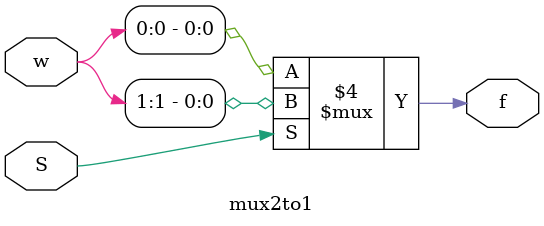
<source format=v>
module mux2to1(w, S, f);
	input S;
	input[1:0]w;
	output reg f;
	
	always @(w, S)//always@(*)
	begin
	if(S == 0)
		f = w[0];
	else
		f = w[1];
	end
endmodule
</source>
